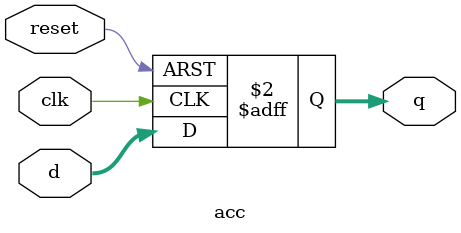
<source format=sv>
module acc(input logic clk, input reset, input logic [3:0] d, output logic [3:0] q);
	always_ff @(posedge clk, posedge reset)
		if (reset) q <= 4'b0;
		else q <= d;
endmodule

</source>
